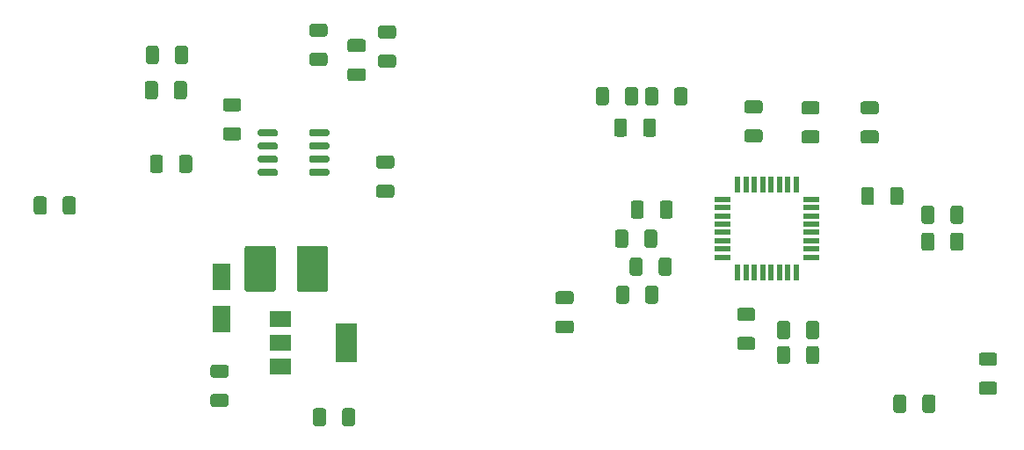
<source format=gbr>
%TF.GenerationSoftware,KiCad,Pcbnew,5.1.6-c6e7f7d~87~ubuntu18.04.1*%
%TF.CreationDate,2021-03-29T12:27:15+02:00*%
%TF.ProjectId,sboxnet2usb,73626f78-6e65-4743-9275-73622e6b6963,rev?*%
%TF.SameCoordinates,Original*%
%TF.FileFunction,Paste,Bot*%
%TF.FilePolarity,Positive*%
%FSLAX46Y46*%
G04 Gerber Fmt 4.6, Leading zero omitted, Abs format (unit mm)*
G04 Created by KiCad (PCBNEW 5.1.6-c6e7f7d~87~ubuntu18.04.1) date 2021-03-29 12:27:15*
%MOMM*%
%LPD*%
G01*
G04 APERTURE LIST*
%ADD10R,1.800000X2.500000*%
%ADD11R,2.000000X1.500000*%
%ADD12R,2.000000X3.800000*%
%ADD13R,1.600000X0.550000*%
%ADD14R,0.550000X1.600000*%
G04 APERTURE END LIST*
%TO.C,R10*%
G36*
G01*
X176200000Y-92725000D02*
X174950000Y-92725000D01*
G75*
G02*
X174700000Y-92475000I0J250000D01*
G01*
X174700000Y-91725000D01*
G75*
G02*
X174950000Y-91475000I250000J0D01*
G01*
X176200000Y-91475000D01*
G75*
G02*
X176450000Y-91725000I0J-250000D01*
G01*
X176450000Y-92475000D01*
G75*
G02*
X176200000Y-92725000I-250000J0D01*
G01*
G37*
G36*
G01*
X176200000Y-95525000D02*
X174950000Y-95525000D01*
G75*
G02*
X174700000Y-95275000I0J250000D01*
G01*
X174700000Y-94525000D01*
G75*
G02*
X174950000Y-94275000I250000J0D01*
G01*
X176200000Y-94275000D01*
G75*
G02*
X176450000Y-94525000I0J-250000D01*
G01*
X176450000Y-95275000D01*
G75*
G02*
X176200000Y-95525000I-250000J0D01*
G01*
G37*
%TD*%
D10*
%TO.C,D5*%
X174600000Y-108700000D03*
X174600000Y-112700000D03*
%TD*%
%TO.C,R13*%
G36*
G01*
X168925001Y-97175000D02*
X168925001Y-98425000D01*
G75*
G02*
X168675001Y-98675000I-250000J0D01*
G01*
X167925001Y-98675000D01*
G75*
G02*
X167675001Y-98425000I0J250000D01*
G01*
X167675001Y-97175000D01*
G75*
G02*
X167925001Y-96925000I250000J0D01*
G01*
X168675001Y-96925000D01*
G75*
G02*
X168925001Y-97175000I0J-250000D01*
G01*
G37*
G36*
G01*
X171725001Y-97175000D02*
X171725001Y-98425000D01*
G75*
G02*
X171475001Y-98675000I-250000J0D01*
G01*
X170725001Y-98675000D01*
G75*
G02*
X170475001Y-98425000I0J250000D01*
G01*
X170475001Y-97175000D01*
G75*
G02*
X170725001Y-96925000I250000J0D01*
G01*
X171475001Y-96925000D01*
G75*
G02*
X171725001Y-97175000I0J-250000D01*
G01*
G37*
%TD*%
%TO.C,R17*%
G36*
G01*
X170075000Y-87925000D02*
X170075000Y-86675000D01*
G75*
G02*
X170325000Y-86425000I250000J0D01*
G01*
X171075000Y-86425000D01*
G75*
G02*
X171325000Y-86675000I0J-250000D01*
G01*
X171325000Y-87925000D01*
G75*
G02*
X171075000Y-88175000I-250000J0D01*
G01*
X170325000Y-88175000D01*
G75*
G02*
X170075000Y-87925000I0J250000D01*
G01*
G37*
G36*
G01*
X167275000Y-87925000D02*
X167275000Y-86675000D01*
G75*
G02*
X167525000Y-86425000I250000J0D01*
G01*
X168275000Y-86425000D01*
G75*
G02*
X168525000Y-86675000I0J-250000D01*
G01*
X168525000Y-87925000D01*
G75*
G02*
X168275000Y-88175000I-250000J0D01*
G01*
X167525000Y-88175000D01*
G75*
G02*
X167275000Y-87925000I0J250000D01*
G01*
G37*
%TD*%
%TO.C,R18*%
G36*
G01*
X157725000Y-101175000D02*
X157725000Y-102425000D01*
G75*
G02*
X157475000Y-102675000I-250000J0D01*
G01*
X156725000Y-102675000D01*
G75*
G02*
X156475000Y-102425000I0J250000D01*
G01*
X156475000Y-101175000D01*
G75*
G02*
X156725000Y-100925000I250000J0D01*
G01*
X157475000Y-100925000D01*
G75*
G02*
X157725000Y-101175000I0J-250000D01*
G01*
G37*
G36*
G01*
X160525000Y-101175000D02*
X160525000Y-102425000D01*
G75*
G02*
X160275000Y-102675000I-250000J0D01*
G01*
X159525000Y-102675000D01*
G75*
G02*
X159275000Y-102425000I0J250000D01*
G01*
X159275000Y-101175000D01*
G75*
G02*
X159525000Y-100925000I250000J0D01*
G01*
X160275000Y-100925000D01*
G75*
G02*
X160525000Y-101175000I0J-250000D01*
G01*
G37*
%TD*%
%TO.C,R14*%
G36*
G01*
X168425000Y-90075000D02*
X168425000Y-91325000D01*
G75*
G02*
X168175000Y-91575000I-250000J0D01*
G01*
X167425000Y-91575000D01*
G75*
G02*
X167175000Y-91325000I0J250000D01*
G01*
X167175000Y-90075000D01*
G75*
G02*
X167425000Y-89825000I250000J0D01*
G01*
X168175000Y-89825000D01*
G75*
G02*
X168425000Y-90075000I0J-250000D01*
G01*
G37*
G36*
G01*
X171225000Y-90075000D02*
X171225000Y-91325000D01*
G75*
G02*
X170975000Y-91575000I-250000J0D01*
G01*
X170225000Y-91575000D01*
G75*
G02*
X169975000Y-91325000I0J250000D01*
G01*
X169975000Y-90075000D01*
G75*
G02*
X170225000Y-89825000I250000J0D01*
G01*
X170975000Y-89825000D01*
G75*
G02*
X171225000Y-90075000I0J-250000D01*
G01*
G37*
%TD*%
%TO.C,U5*%
G36*
G01*
X180000000Y-94645000D02*
X180000000Y-94945000D01*
G75*
G02*
X179850000Y-95095000I-150000J0D01*
G01*
X178200000Y-95095000D01*
G75*
G02*
X178050000Y-94945000I0J150000D01*
G01*
X178050000Y-94645000D01*
G75*
G02*
X178200000Y-94495000I150000J0D01*
G01*
X179850000Y-94495000D01*
G75*
G02*
X180000000Y-94645000I0J-150000D01*
G01*
G37*
G36*
G01*
X180000000Y-95915000D02*
X180000000Y-96215000D01*
G75*
G02*
X179850000Y-96365000I-150000J0D01*
G01*
X178200000Y-96365000D01*
G75*
G02*
X178050000Y-96215000I0J150000D01*
G01*
X178050000Y-95915000D01*
G75*
G02*
X178200000Y-95765000I150000J0D01*
G01*
X179850000Y-95765000D01*
G75*
G02*
X180000000Y-95915000I0J-150000D01*
G01*
G37*
G36*
G01*
X180000000Y-97185000D02*
X180000000Y-97485000D01*
G75*
G02*
X179850000Y-97635000I-150000J0D01*
G01*
X178200000Y-97635000D01*
G75*
G02*
X178050000Y-97485000I0J150000D01*
G01*
X178050000Y-97185000D01*
G75*
G02*
X178200000Y-97035000I150000J0D01*
G01*
X179850000Y-97035000D01*
G75*
G02*
X180000000Y-97185000I0J-150000D01*
G01*
G37*
G36*
G01*
X180000000Y-98455000D02*
X180000000Y-98755000D01*
G75*
G02*
X179850000Y-98905000I-150000J0D01*
G01*
X178200000Y-98905000D01*
G75*
G02*
X178050000Y-98755000I0J150000D01*
G01*
X178050000Y-98455000D01*
G75*
G02*
X178200000Y-98305000I150000J0D01*
G01*
X179850000Y-98305000D01*
G75*
G02*
X180000000Y-98455000I0J-150000D01*
G01*
G37*
G36*
G01*
X184950000Y-98455000D02*
X184950000Y-98755000D01*
G75*
G02*
X184800000Y-98905000I-150000J0D01*
G01*
X183150000Y-98905000D01*
G75*
G02*
X183000000Y-98755000I0J150000D01*
G01*
X183000000Y-98455000D01*
G75*
G02*
X183150000Y-98305000I150000J0D01*
G01*
X184800000Y-98305000D01*
G75*
G02*
X184950000Y-98455000I0J-150000D01*
G01*
G37*
G36*
G01*
X184950000Y-97185000D02*
X184950000Y-97485000D01*
G75*
G02*
X184800000Y-97635000I-150000J0D01*
G01*
X183150000Y-97635000D01*
G75*
G02*
X183000000Y-97485000I0J150000D01*
G01*
X183000000Y-97185000D01*
G75*
G02*
X183150000Y-97035000I150000J0D01*
G01*
X184800000Y-97035000D01*
G75*
G02*
X184950000Y-97185000I0J-150000D01*
G01*
G37*
G36*
G01*
X184950000Y-95915000D02*
X184950000Y-96215000D01*
G75*
G02*
X184800000Y-96365000I-150000J0D01*
G01*
X183150000Y-96365000D01*
G75*
G02*
X183000000Y-96215000I0J150000D01*
G01*
X183000000Y-95915000D01*
G75*
G02*
X183150000Y-95765000I150000J0D01*
G01*
X184800000Y-95765000D01*
G75*
G02*
X184950000Y-95915000I0J-150000D01*
G01*
G37*
G36*
G01*
X184950000Y-94645000D02*
X184950000Y-94945000D01*
G75*
G02*
X184800000Y-95095000I-150000J0D01*
G01*
X183150000Y-95095000D01*
G75*
G02*
X183000000Y-94945000I0J150000D01*
G01*
X183000000Y-94645000D01*
G75*
G02*
X183150000Y-94495000I150000J0D01*
G01*
X184800000Y-94495000D01*
G75*
G02*
X184950000Y-94645000I0J-150000D01*
G01*
G37*
%TD*%
%TO.C,R11*%
G36*
G01*
X173750000Y-119950000D02*
X175000000Y-119950000D01*
G75*
G02*
X175250000Y-120200000I0J-250000D01*
G01*
X175250000Y-120950000D01*
G75*
G02*
X175000000Y-121200000I-250000J0D01*
G01*
X173750000Y-121200000D01*
G75*
G02*
X173500000Y-120950000I0J250000D01*
G01*
X173500000Y-120200000D01*
G75*
G02*
X173750000Y-119950000I250000J0D01*
G01*
G37*
G36*
G01*
X173750000Y-117150000D02*
X175000000Y-117150000D01*
G75*
G02*
X175250000Y-117400000I0J-250000D01*
G01*
X175250000Y-118150000D01*
G75*
G02*
X175000000Y-118400000I-250000J0D01*
G01*
X173750000Y-118400000D01*
G75*
G02*
X173500000Y-118150000I0J250000D01*
G01*
X173500000Y-117400000D01*
G75*
G02*
X173750000Y-117150000I250000J0D01*
G01*
G37*
%TD*%
%TO.C,TH2*%
G36*
G01*
X181800000Y-109874999D02*
X181800000Y-105925001D01*
G75*
G02*
X182050001Y-105675000I250001J0D01*
G01*
X184574999Y-105675000D01*
G75*
G02*
X184825000Y-105925001I0J-250001D01*
G01*
X184825000Y-109874999D01*
G75*
G02*
X184574999Y-110125000I-250001J0D01*
G01*
X182050001Y-110125000D01*
G75*
G02*
X181800000Y-109874999I0J250001D01*
G01*
G37*
G36*
G01*
X176775000Y-109874999D02*
X176775000Y-105925001D01*
G75*
G02*
X177025001Y-105675000I250001J0D01*
G01*
X179549999Y-105675000D01*
G75*
G02*
X179800000Y-105925001I0J-250001D01*
G01*
X179800000Y-109874999D01*
G75*
G02*
X179549999Y-110125000I-250001J0D01*
G01*
X177025001Y-110125000D01*
G75*
G02*
X176775000Y-109874999I0J250001D01*
G01*
G37*
%TD*%
%TO.C,C8*%
G36*
G01*
X184625000Y-121575000D02*
X184625000Y-122825000D01*
G75*
G02*
X184375000Y-123075000I-250000J0D01*
G01*
X183625000Y-123075000D01*
G75*
G02*
X183375000Y-122825000I0J250000D01*
G01*
X183375000Y-121575000D01*
G75*
G02*
X183625000Y-121325000I250000J0D01*
G01*
X184375000Y-121325000D01*
G75*
G02*
X184625000Y-121575000I0J-250000D01*
G01*
G37*
G36*
G01*
X187425000Y-121575000D02*
X187425000Y-122825000D01*
G75*
G02*
X187175000Y-123075000I-250000J0D01*
G01*
X186425000Y-123075000D01*
G75*
G02*
X186175000Y-122825000I0J250000D01*
G01*
X186175000Y-121575000D01*
G75*
G02*
X186425000Y-121325000I250000J0D01*
G01*
X187175000Y-121325000D01*
G75*
G02*
X187425000Y-121575000I0J-250000D01*
G01*
G37*
%TD*%
%TO.C,R8*%
G36*
G01*
X190950000Y-98250000D02*
X189700000Y-98250000D01*
G75*
G02*
X189450000Y-98000000I0J250000D01*
G01*
X189450000Y-97250000D01*
G75*
G02*
X189700000Y-97000000I250000J0D01*
G01*
X190950000Y-97000000D01*
G75*
G02*
X191200000Y-97250000I0J-250000D01*
G01*
X191200000Y-98000000D01*
G75*
G02*
X190950000Y-98250000I-250000J0D01*
G01*
G37*
G36*
G01*
X190950000Y-101050000D02*
X189700000Y-101050000D01*
G75*
G02*
X189450000Y-100800000I0J250000D01*
G01*
X189450000Y-100050000D01*
G75*
G02*
X189700000Y-99800000I250000J0D01*
G01*
X190950000Y-99800000D01*
G75*
G02*
X191200000Y-100050000I0J-250000D01*
G01*
X191200000Y-100800000D01*
G75*
G02*
X190950000Y-101050000I-250000J0D01*
G01*
G37*
%TD*%
%TO.C,R21*%
G36*
G01*
X213425000Y-91900000D02*
X213425000Y-90650000D01*
G75*
G02*
X213675000Y-90400000I250000J0D01*
G01*
X214425000Y-90400000D01*
G75*
G02*
X214675000Y-90650000I0J-250000D01*
G01*
X214675000Y-91900000D01*
G75*
G02*
X214425000Y-92150000I-250000J0D01*
G01*
X213675000Y-92150000D01*
G75*
G02*
X213425000Y-91900000I0J250000D01*
G01*
G37*
G36*
G01*
X210625000Y-91900000D02*
X210625000Y-90650000D01*
G75*
G02*
X210875000Y-90400000I250000J0D01*
G01*
X211625000Y-90400000D01*
G75*
G02*
X211875000Y-90650000I0J-250000D01*
G01*
X211875000Y-91900000D01*
G75*
G02*
X211625000Y-92150000I-250000J0D01*
G01*
X210875000Y-92150000D01*
G75*
G02*
X210625000Y-91900000I0J250000D01*
G01*
G37*
%TD*%
%TO.C,R20*%
G36*
G01*
X218175000Y-91925000D02*
X218175000Y-90675000D01*
G75*
G02*
X218425000Y-90425000I250000J0D01*
G01*
X219175000Y-90425000D01*
G75*
G02*
X219425000Y-90675000I0J-250000D01*
G01*
X219425000Y-91925000D01*
G75*
G02*
X219175000Y-92175000I-250000J0D01*
G01*
X218425000Y-92175000D01*
G75*
G02*
X218175000Y-91925000I0J250000D01*
G01*
G37*
G36*
G01*
X215375000Y-91925000D02*
X215375000Y-90675000D01*
G75*
G02*
X215625000Y-90425000I250000J0D01*
G01*
X216375000Y-90425000D01*
G75*
G02*
X216625000Y-90675000I0J-250000D01*
G01*
X216625000Y-91925000D01*
G75*
G02*
X216375000Y-92175000I-250000J0D01*
G01*
X215625000Y-92175000D01*
G75*
G02*
X215375000Y-91925000I0J250000D01*
G01*
G37*
%TD*%
%TO.C,C7*%
G36*
G01*
X183275000Y-87099999D02*
X184525000Y-87099999D01*
G75*
G02*
X184775000Y-87349999I0J-250000D01*
G01*
X184775000Y-88099999D01*
G75*
G02*
X184525000Y-88349999I-250000J0D01*
G01*
X183275000Y-88349999D01*
G75*
G02*
X183025000Y-88099999I0J250000D01*
G01*
X183025000Y-87349999D01*
G75*
G02*
X183275000Y-87099999I250000J0D01*
G01*
G37*
G36*
G01*
X183275000Y-84299999D02*
X184525000Y-84299999D01*
G75*
G02*
X184775000Y-84549999I0J-250000D01*
G01*
X184775000Y-85299999D01*
G75*
G02*
X184525000Y-85549999I-250000J0D01*
G01*
X183275000Y-85549999D01*
G75*
G02*
X183025000Y-85299999I0J250000D01*
G01*
X183025000Y-84549999D01*
G75*
G02*
X183275000Y-84299999I250000J0D01*
G01*
G37*
%TD*%
%TO.C,C9*%
G36*
G01*
X189875000Y-87275000D02*
X191125000Y-87275000D01*
G75*
G02*
X191375000Y-87525000I0J-250000D01*
G01*
X191375000Y-88275000D01*
G75*
G02*
X191125000Y-88525000I-250000J0D01*
G01*
X189875000Y-88525000D01*
G75*
G02*
X189625000Y-88275000I0J250000D01*
G01*
X189625000Y-87525000D01*
G75*
G02*
X189875000Y-87275000I250000J0D01*
G01*
G37*
G36*
G01*
X189875000Y-84475000D02*
X191125000Y-84475000D01*
G75*
G02*
X191375000Y-84725000I0J-250000D01*
G01*
X191375000Y-85475000D01*
G75*
G02*
X191125000Y-85725000I-250000J0D01*
G01*
X189875000Y-85725000D01*
G75*
G02*
X189625000Y-85475000I0J250000D01*
G01*
X189625000Y-84725000D01*
G75*
G02*
X189875000Y-84475000I250000J0D01*
G01*
G37*
%TD*%
D11*
%TO.C,U6*%
X180250000Y-117300000D03*
X180250000Y-112700000D03*
X180250000Y-115000000D03*
D12*
X186550000Y-115000000D03*
%TD*%
%TO.C,R16*%
G36*
G01*
X216675000Y-108325000D02*
X216675000Y-107075000D01*
G75*
G02*
X216925000Y-106825000I250000J0D01*
G01*
X217675000Y-106825000D01*
G75*
G02*
X217925000Y-107075000I0J-250000D01*
G01*
X217925000Y-108325000D01*
G75*
G02*
X217675000Y-108575000I-250000J0D01*
G01*
X216925000Y-108575000D01*
G75*
G02*
X216675000Y-108325000I0J250000D01*
G01*
G37*
G36*
G01*
X213875000Y-108325000D02*
X213875000Y-107075000D01*
G75*
G02*
X214125000Y-106825000I250000J0D01*
G01*
X214875000Y-106825000D01*
G75*
G02*
X215125000Y-107075000I0J-250000D01*
G01*
X215125000Y-108325000D01*
G75*
G02*
X214875000Y-108575000I-250000J0D01*
G01*
X214125000Y-108575000D01*
G75*
G02*
X213875000Y-108325000I0J250000D01*
G01*
G37*
%TD*%
%TO.C,R15*%
G36*
G01*
X216775000Y-102825000D02*
X216775000Y-101575000D01*
G75*
G02*
X217025000Y-101325000I250000J0D01*
G01*
X217775000Y-101325000D01*
G75*
G02*
X218025000Y-101575000I0J-250000D01*
G01*
X218025000Y-102825000D01*
G75*
G02*
X217775000Y-103075000I-250000J0D01*
G01*
X217025000Y-103075000D01*
G75*
G02*
X216775000Y-102825000I0J250000D01*
G01*
G37*
G36*
G01*
X213975000Y-102825000D02*
X213975000Y-101575000D01*
G75*
G02*
X214225000Y-101325000I250000J0D01*
G01*
X214975000Y-101325000D01*
G75*
G02*
X215225000Y-101575000I0J-250000D01*
G01*
X215225000Y-102825000D01*
G75*
G02*
X214975000Y-103075000I-250000J0D01*
G01*
X214225000Y-103075000D01*
G75*
G02*
X213975000Y-102825000I0J250000D01*
G01*
G37*
%TD*%
%TO.C,R12*%
G36*
G01*
X213625000Y-93675000D02*
X213625000Y-94925000D01*
G75*
G02*
X213375000Y-95175000I-250000J0D01*
G01*
X212625000Y-95175000D01*
G75*
G02*
X212375000Y-94925000I0J250000D01*
G01*
X212375000Y-93675000D01*
G75*
G02*
X212625000Y-93425000I250000J0D01*
G01*
X213375000Y-93425000D01*
G75*
G02*
X213625000Y-93675000I0J-250000D01*
G01*
G37*
G36*
G01*
X216425000Y-93675000D02*
X216425000Y-94925000D01*
G75*
G02*
X216175000Y-95175000I-250000J0D01*
G01*
X215425000Y-95175000D01*
G75*
G02*
X215175000Y-94925000I0J250000D01*
G01*
X215175000Y-93675000D01*
G75*
G02*
X215425000Y-93425000I250000J0D01*
G01*
X216175000Y-93425000D01*
G75*
G02*
X216425000Y-93675000I0J-250000D01*
G01*
G37*
%TD*%
%TO.C,C5*%
G36*
G01*
X225724999Y-112925000D02*
X224474999Y-112925000D01*
G75*
G02*
X224224999Y-112675000I0J250000D01*
G01*
X224224999Y-111925000D01*
G75*
G02*
X224474999Y-111675000I250000J0D01*
G01*
X225724999Y-111675000D01*
G75*
G02*
X225974999Y-111925000I0J-250000D01*
G01*
X225974999Y-112675000D01*
G75*
G02*
X225724999Y-112925000I-250000J0D01*
G01*
G37*
G36*
G01*
X225724999Y-115725000D02*
X224474999Y-115725000D01*
G75*
G02*
X224224999Y-115475000I0J250000D01*
G01*
X224224999Y-114725000D01*
G75*
G02*
X224474999Y-114475000I250000J0D01*
G01*
X225724999Y-114475000D01*
G75*
G02*
X225974999Y-114725000I0J-250000D01*
G01*
X225974999Y-115475000D01*
G75*
G02*
X225724999Y-115725000I-250000J0D01*
G01*
G37*
%TD*%
D13*
%TO.C,U1*%
X231350000Y-106800000D03*
X231350000Y-106000000D03*
X231350000Y-105200000D03*
X231350000Y-104400000D03*
X231350000Y-103600000D03*
X231350000Y-102800000D03*
X231350000Y-102000000D03*
X231350000Y-101200000D03*
D14*
X229900000Y-99750000D03*
X229100000Y-99750000D03*
X228300000Y-99750000D03*
X227500000Y-99750000D03*
X226700000Y-99750000D03*
X225900000Y-99750000D03*
X225100000Y-99750000D03*
X224300000Y-99750000D03*
D13*
X222850000Y-101200000D03*
X222850000Y-102000000D03*
X222850000Y-102800000D03*
X222850000Y-103600000D03*
X222850000Y-104400000D03*
X222850000Y-105200000D03*
X222850000Y-106000000D03*
X222850000Y-106800000D03*
D14*
X224300000Y-108250000D03*
X225100000Y-108250000D03*
X225900000Y-108250000D03*
X226700000Y-108250000D03*
X227500000Y-108250000D03*
X228300000Y-108250000D03*
X229100000Y-108250000D03*
X229900000Y-108250000D03*
%TD*%
%TO.C,TH1*%
G36*
G01*
X249025000Y-117225000D02*
X247775000Y-117225000D01*
G75*
G02*
X247525000Y-116975000I0J250000D01*
G01*
X247525000Y-116225000D01*
G75*
G02*
X247775000Y-115975000I250000J0D01*
G01*
X249025000Y-115975000D01*
G75*
G02*
X249275000Y-116225000I0J-250000D01*
G01*
X249275000Y-116975000D01*
G75*
G02*
X249025000Y-117225000I-250000J0D01*
G01*
G37*
G36*
G01*
X249025000Y-120025000D02*
X247775000Y-120025000D01*
G75*
G02*
X247525000Y-119775000I0J250000D01*
G01*
X247525000Y-119025000D01*
G75*
G02*
X247775000Y-118775000I250000J0D01*
G01*
X249025000Y-118775000D01*
G75*
G02*
X249275000Y-119025000I0J-250000D01*
G01*
X249275000Y-119775000D01*
G75*
G02*
X249025000Y-120025000I-250000J0D01*
G01*
G37*
%TD*%
%TO.C,R7*%
G36*
G01*
X226425000Y-92925000D02*
X225175000Y-92925000D01*
G75*
G02*
X224925000Y-92675000I0J250000D01*
G01*
X224925000Y-91925000D01*
G75*
G02*
X225175000Y-91675000I250000J0D01*
G01*
X226425000Y-91675000D01*
G75*
G02*
X226675000Y-91925000I0J-250000D01*
G01*
X226675000Y-92675000D01*
G75*
G02*
X226425000Y-92925000I-250000J0D01*
G01*
G37*
G36*
G01*
X226425000Y-95725000D02*
X225175000Y-95725000D01*
G75*
G02*
X224925000Y-95475000I0J250000D01*
G01*
X224925000Y-94725000D01*
G75*
G02*
X225175000Y-94475000I250000J0D01*
G01*
X226425000Y-94475000D01*
G75*
G02*
X226675000Y-94725000I0J-250000D01*
G01*
X226675000Y-95475000D01*
G75*
G02*
X226425000Y-95725000I-250000J0D01*
G01*
G37*
%TD*%
%TO.C,R6*%
G36*
G01*
X213725000Y-104375000D02*
X213725000Y-105625000D01*
G75*
G02*
X213475000Y-105875000I-250000J0D01*
G01*
X212725000Y-105875000D01*
G75*
G02*
X212475000Y-105625000I0J250000D01*
G01*
X212475000Y-104375000D01*
G75*
G02*
X212725000Y-104125000I250000J0D01*
G01*
X213475000Y-104125000D01*
G75*
G02*
X213725000Y-104375000I0J-250000D01*
G01*
G37*
G36*
G01*
X216525000Y-104375000D02*
X216525000Y-105625000D01*
G75*
G02*
X216275000Y-105875000I-250000J0D01*
G01*
X215525000Y-105875000D01*
G75*
G02*
X215275000Y-105625000I0J250000D01*
G01*
X215275000Y-104375000D01*
G75*
G02*
X215525000Y-104125000I250000J0D01*
G01*
X216275000Y-104125000D01*
G75*
G02*
X216525000Y-104375000I0J-250000D01*
G01*
G37*
%TD*%
%TO.C,R5*%
G36*
G01*
X231925000Y-93025000D02*
X230675000Y-93025000D01*
G75*
G02*
X230425000Y-92775000I0J250000D01*
G01*
X230425000Y-92025000D01*
G75*
G02*
X230675000Y-91775000I250000J0D01*
G01*
X231925000Y-91775000D01*
G75*
G02*
X232175000Y-92025000I0J-250000D01*
G01*
X232175000Y-92775000D01*
G75*
G02*
X231925000Y-93025000I-250000J0D01*
G01*
G37*
G36*
G01*
X231925000Y-95825000D02*
X230675000Y-95825000D01*
G75*
G02*
X230425000Y-95575000I0J250000D01*
G01*
X230425000Y-94825000D01*
G75*
G02*
X230675000Y-94575000I250000J0D01*
G01*
X231925000Y-94575000D01*
G75*
G02*
X232175000Y-94825000I0J-250000D01*
G01*
X232175000Y-95575000D01*
G75*
G02*
X231925000Y-95825000I-250000J0D01*
G01*
G37*
%TD*%
%TO.C,R4*%
G36*
G01*
X213825000Y-109775000D02*
X213825000Y-111025000D01*
G75*
G02*
X213575000Y-111275000I-250000J0D01*
G01*
X212825000Y-111275000D01*
G75*
G02*
X212575000Y-111025000I0J250000D01*
G01*
X212575000Y-109775000D01*
G75*
G02*
X212825000Y-109525000I250000J0D01*
G01*
X213575000Y-109525000D01*
G75*
G02*
X213825000Y-109775000I0J-250000D01*
G01*
G37*
G36*
G01*
X216625000Y-109775000D02*
X216625000Y-111025000D01*
G75*
G02*
X216375000Y-111275000I-250000J0D01*
G01*
X215625000Y-111275000D01*
G75*
G02*
X215375000Y-111025000I0J250000D01*
G01*
X215375000Y-109775000D01*
G75*
G02*
X215625000Y-109525000I250000J0D01*
G01*
X216375000Y-109525000D01*
G75*
G02*
X216625000Y-109775000I0J-250000D01*
G01*
G37*
%TD*%
%TO.C,R3*%
G36*
G01*
X237625000Y-93025000D02*
X236375000Y-93025000D01*
G75*
G02*
X236125000Y-92775000I0J250000D01*
G01*
X236125000Y-92025000D01*
G75*
G02*
X236375000Y-91775000I250000J0D01*
G01*
X237625000Y-91775000D01*
G75*
G02*
X237875000Y-92025000I0J-250000D01*
G01*
X237875000Y-92775000D01*
G75*
G02*
X237625000Y-93025000I-250000J0D01*
G01*
G37*
G36*
G01*
X237625000Y-95825000D02*
X236375000Y-95825000D01*
G75*
G02*
X236125000Y-95575000I0J250000D01*
G01*
X236125000Y-94825000D01*
G75*
G02*
X236375000Y-94575000I250000J0D01*
G01*
X237625000Y-94575000D01*
G75*
G02*
X237875000Y-94825000I0J-250000D01*
G01*
X237875000Y-95575000D01*
G75*
G02*
X237625000Y-95825000I-250000J0D01*
G01*
G37*
%TD*%
%TO.C,R2*%
G36*
G01*
X244775000Y-105925000D02*
X244775000Y-104675000D01*
G75*
G02*
X245025000Y-104425000I250000J0D01*
G01*
X245775000Y-104425000D01*
G75*
G02*
X246025000Y-104675000I0J-250000D01*
G01*
X246025000Y-105925000D01*
G75*
G02*
X245775000Y-106175000I-250000J0D01*
G01*
X245025000Y-106175000D01*
G75*
G02*
X244775000Y-105925000I0J250000D01*
G01*
G37*
G36*
G01*
X241975000Y-105925000D02*
X241975000Y-104675000D01*
G75*
G02*
X242225000Y-104425000I250000J0D01*
G01*
X242975000Y-104425000D01*
G75*
G02*
X243225000Y-104675000I0J-250000D01*
G01*
X243225000Y-105925000D01*
G75*
G02*
X242975000Y-106175000I-250000J0D01*
G01*
X242225000Y-106175000D01*
G75*
G02*
X241975000Y-105925000I0J250000D01*
G01*
G37*
%TD*%
%TO.C,R1*%
G36*
G01*
X244775000Y-103325000D02*
X244775000Y-102075000D01*
G75*
G02*
X245025000Y-101825000I250000J0D01*
G01*
X245775000Y-101825000D01*
G75*
G02*
X246025000Y-102075000I0J-250000D01*
G01*
X246025000Y-103325000D01*
G75*
G02*
X245775000Y-103575000I-250000J0D01*
G01*
X245025000Y-103575000D01*
G75*
G02*
X244775000Y-103325000I0J250000D01*
G01*
G37*
G36*
G01*
X241975000Y-103325000D02*
X241975000Y-102075000D01*
G75*
G02*
X242225000Y-101825000I250000J0D01*
G01*
X242975000Y-101825000D01*
G75*
G02*
X243225000Y-102075000I0J-250000D01*
G01*
X243225000Y-103325000D01*
G75*
G02*
X242975000Y-103575000I-250000J0D01*
G01*
X242225000Y-103575000D01*
G75*
G02*
X241975000Y-103325000I0J250000D01*
G01*
G37*
%TD*%
%TO.C,C6*%
G36*
G01*
X206975000Y-112875000D02*
X208225000Y-112875000D01*
G75*
G02*
X208475000Y-113125000I0J-250000D01*
G01*
X208475000Y-113875000D01*
G75*
G02*
X208225000Y-114125000I-250000J0D01*
G01*
X206975000Y-114125000D01*
G75*
G02*
X206725000Y-113875000I0J250000D01*
G01*
X206725000Y-113125000D01*
G75*
G02*
X206975000Y-112875000I250000J0D01*
G01*
G37*
G36*
G01*
X206975000Y-110075000D02*
X208225000Y-110075000D01*
G75*
G02*
X208475000Y-110325000I0J-250000D01*
G01*
X208475000Y-111075000D01*
G75*
G02*
X208225000Y-111325000I-250000J0D01*
G01*
X206975000Y-111325000D01*
G75*
G02*
X206725000Y-111075000I0J250000D01*
G01*
X206725000Y-110325000D01*
G75*
G02*
X206975000Y-110075000I250000J0D01*
G01*
G37*
%TD*%
%TO.C,C4*%
G36*
G01*
X238975000Y-101525000D02*
X238975000Y-100275000D01*
G75*
G02*
X239225000Y-100025000I250000J0D01*
G01*
X239975000Y-100025000D01*
G75*
G02*
X240225000Y-100275000I0J-250000D01*
G01*
X240225000Y-101525000D01*
G75*
G02*
X239975000Y-101775000I-250000J0D01*
G01*
X239225000Y-101775000D01*
G75*
G02*
X238975000Y-101525000I0J250000D01*
G01*
G37*
G36*
G01*
X236175000Y-101525000D02*
X236175000Y-100275000D01*
G75*
G02*
X236425000Y-100025000I250000J0D01*
G01*
X237175000Y-100025000D01*
G75*
G02*
X237425000Y-100275000I0J-250000D01*
G01*
X237425000Y-101525000D01*
G75*
G02*
X237175000Y-101775000I-250000J0D01*
G01*
X236425000Y-101775000D01*
G75*
G02*
X236175000Y-101525000I0J250000D01*
G01*
G37*
%TD*%
%TO.C,C3*%
G36*
G01*
X240525000Y-120275000D02*
X240525000Y-121525000D01*
G75*
G02*
X240275000Y-121775000I-250000J0D01*
G01*
X239525000Y-121775000D01*
G75*
G02*
X239275000Y-121525000I0J250000D01*
G01*
X239275000Y-120275000D01*
G75*
G02*
X239525000Y-120025000I250000J0D01*
G01*
X240275000Y-120025000D01*
G75*
G02*
X240525000Y-120275000I0J-250000D01*
G01*
G37*
G36*
G01*
X243325000Y-120275000D02*
X243325000Y-121525000D01*
G75*
G02*
X243075000Y-121775000I-250000J0D01*
G01*
X242325000Y-121775000D01*
G75*
G02*
X242075000Y-121525000I0J250000D01*
G01*
X242075000Y-120275000D01*
G75*
G02*
X242325000Y-120025000I250000J0D01*
G01*
X243075000Y-120025000D01*
G75*
G02*
X243325000Y-120275000I0J-250000D01*
G01*
G37*
%TD*%
%TO.C,C2*%
G36*
G01*
X229325000Y-115575000D02*
X229325000Y-116825000D01*
G75*
G02*
X229075000Y-117075000I-250000J0D01*
G01*
X228325000Y-117075000D01*
G75*
G02*
X228075000Y-116825000I0J250000D01*
G01*
X228075000Y-115575000D01*
G75*
G02*
X228325000Y-115325000I250000J0D01*
G01*
X229075000Y-115325000D01*
G75*
G02*
X229325000Y-115575000I0J-250000D01*
G01*
G37*
G36*
G01*
X232125000Y-115575000D02*
X232125000Y-116825000D01*
G75*
G02*
X231875000Y-117075000I-250000J0D01*
G01*
X231125000Y-117075000D01*
G75*
G02*
X230875000Y-116825000I0J250000D01*
G01*
X230875000Y-115575000D01*
G75*
G02*
X231125000Y-115325000I250000J0D01*
G01*
X231875000Y-115325000D01*
G75*
G02*
X232125000Y-115575000I0J-250000D01*
G01*
G37*
%TD*%
%TO.C,C1*%
G36*
G01*
X229325000Y-113175000D02*
X229325000Y-114425000D01*
G75*
G02*
X229075000Y-114675000I-250000J0D01*
G01*
X228325000Y-114675000D01*
G75*
G02*
X228075000Y-114425000I0J250000D01*
G01*
X228075000Y-113175000D01*
G75*
G02*
X228325000Y-112925000I250000J0D01*
G01*
X229075000Y-112925000D01*
G75*
G02*
X229325000Y-113175000I0J-250000D01*
G01*
G37*
G36*
G01*
X232125000Y-113175000D02*
X232125000Y-114425000D01*
G75*
G02*
X231875000Y-114675000I-250000J0D01*
G01*
X231125000Y-114675000D01*
G75*
G02*
X230875000Y-114425000I0J250000D01*
G01*
X230875000Y-113175000D01*
G75*
G02*
X231125000Y-112925000I250000J0D01*
G01*
X231875000Y-112925000D01*
G75*
G02*
X232125000Y-113175000I0J-250000D01*
G01*
G37*
%TD*%
%TO.C,R9*%
G36*
G01*
X188200000Y-87025000D02*
X186950000Y-87025000D01*
G75*
G02*
X186700000Y-86775000I0J250000D01*
G01*
X186700000Y-86025000D01*
G75*
G02*
X186950000Y-85775000I250000J0D01*
G01*
X188200000Y-85775000D01*
G75*
G02*
X188450000Y-86025000I0J-250000D01*
G01*
X188450000Y-86775000D01*
G75*
G02*
X188200000Y-87025000I-250000J0D01*
G01*
G37*
G36*
G01*
X188200000Y-89825000D02*
X186950000Y-89825000D01*
G75*
G02*
X186700000Y-89575000I0J250000D01*
G01*
X186700000Y-88825000D01*
G75*
G02*
X186950000Y-88575000I250000J0D01*
G01*
X188200000Y-88575000D01*
G75*
G02*
X188450000Y-88825000I0J-250000D01*
G01*
X188450000Y-89575000D01*
G75*
G02*
X188200000Y-89825000I-250000J0D01*
G01*
G37*
%TD*%
M02*

</source>
